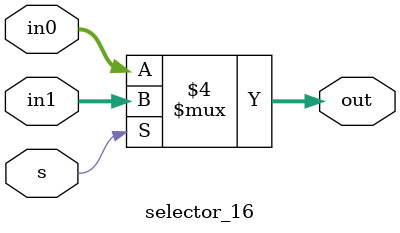
<source format=v>
`timescale 1ps/1ps

module selector_16 (in0, in1, s, out);

	input [15:0]  in0, in1;
	input s;
	output [15:0] out;
	reg [15:0] out;

  always @ (in0 or in1 or s) begin
	if(s==0) begin
		out <= #1 in0;
	end else begin
		out <= #1 in1;
	end
	
  end

endmodule

</source>
